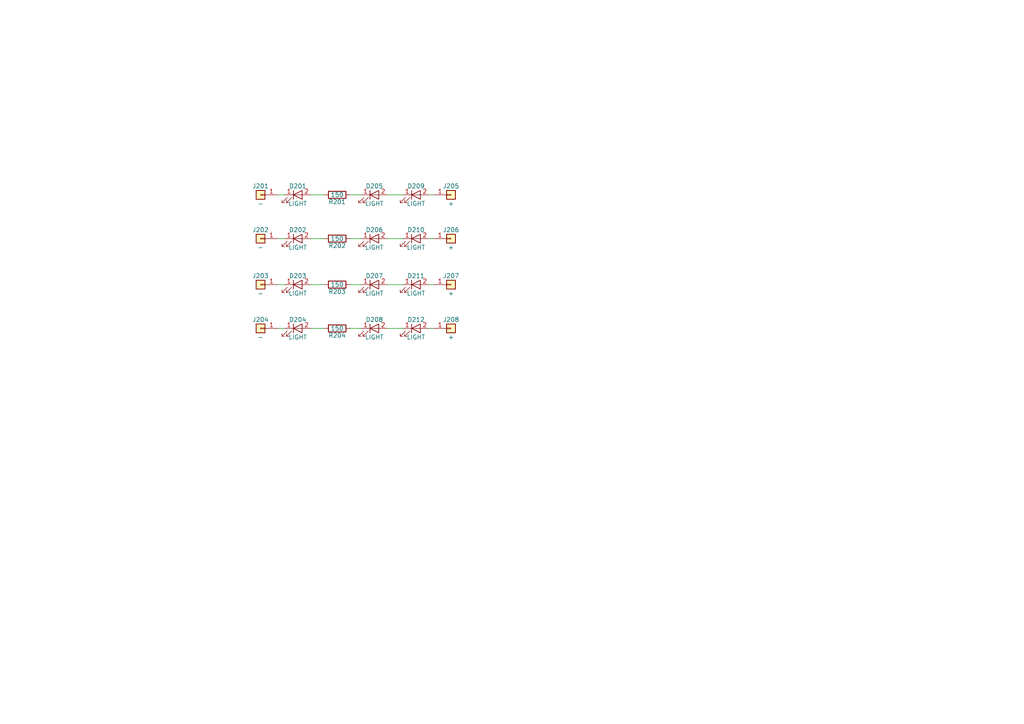
<source format=kicad_sch>
(kicad_sch (version 20211123) (generator eeschema)
  (paper "A4")
  (title_block (title "Eight Ball Club Lighting") (rev "Rev A.") (company "The Country Robot") (comment 1 "Pool Table Lights"))
  (lib_symbols
    (symbol "6footfl-rescue:Conn_01x01" (pin_names (offset 1.016) hide)
      (property "Reference" "J" (at 0 2.54 0))
      (property "Value" "Conn_01x01" (at 0 -2.54 0))
      (symbol "Conn_01x01_1_1"
        (rectangle (start -1.27 0.127) (end 0 -0.127) (stroke (width 0.1524)))
        (rectangle (start -1.27 1.27) (end 1.27 -1.27) (stroke (width 0.254)) (fill (type background)))
        (pin passive line (at -5.08 0 0) (length 3.81) (name "Pin_1") (number "1"))
      )
    )
    (symbol "6footfl-rescue:LED" (pin_names (offset 1.016) hide)
      (property "Reference" "D" (at 0 2.54 0))
      (property "Value" "LED" (at 0 -2.54 0))
      (symbol "LED_0_1"
        (polyline (pts (xy -1.27 -1.27) (xy -1.27 1.27)) (stroke (width 0.2032)))
        (polyline (pts (xy -1.27 0) (xy 1.27 0)))
        (polyline (pts (xy 1.27 -1.27) (xy 1.27 1.27) (xy -1.27 0) (xy 1.27 -1.27)) (stroke (width 0.2032)))
        (polyline (pts (xy -3.048 -0.762) (xy -4.572 -2.286) (xy -3.81 -2.286) (xy -4.572 -2.286) (xy -4.572 -1.524)))
        (polyline (pts (xy -1.778 -0.762) (xy -3.302 -2.286) (xy -2.54 -2.286) (xy -3.302 -2.286) (xy -3.302 -1.524)))
      )
      (symbol "LED_1_1"
        (pin passive line (at -3.81 0 0) (length 2.54) (name "K") (number "1"))
        (pin passive line (at 3.81 0 180) (length 2.54) (name "A") (number "2"))
      )
    )
    (symbol "6footfl-rescue:R" (pin_numbers hide) (pin_names (offset 0))
      (property "Reference" "R" (at 2.032 0 90))
      (property "Value" "R" (at 0 0 90))
      (symbol "R_0_1"
        (rectangle (start -1.016 -2.54) (end 1.016 2.54) (stroke (width 0.254)))
      )
      (symbol "R_1_1"
        (pin passive line (at 0 3.81 270) (length 1.27) (name "~") (number "1"))
        (pin passive line (at 0 -3.81 90) (length 1.27) (name "~") (number "2"))
      )
    )
  )
  (wire (pts (xy 90.17 95.25) (xy 93.98 95.25)))
  (wire (pts (xy 80.645 69.215) (xy 82.55 69.215)))
  (wire (pts (xy 80.645 82.55) (xy 82.55 82.55)))
  (wire (pts (xy 124.46 82.55) (xy 125.73 82.55)))
  (wire (pts (xy 112.395 69.215) (xy 116.84 69.215)))
  (wire (pts (xy 90.17 69.215) (xy 93.98 69.215)))
  (wire (pts (xy 80.645 95.25) (xy 82.55 95.25)))
  (wire (pts (xy 90.17 56.515) (xy 93.98 56.515)))
  (wire (pts (xy 101.6 95.25) (xy 104.775 95.25)))
  (wire (pts (xy 101.6 56.515) (xy 104.775 56.515)))
  (wire (pts (xy 101.6 69.215) (xy 104.775 69.215)))
  (wire (pts (xy 101.6 82.55) (xy 104.775 82.55)))
  (wire (pts (xy 124.46 56.515) (xy 125.73 56.515)))
  (wire (pts (xy 90.17 82.55) (xy 93.98 82.55)))
  (wire (pts (xy 112.395 95.25) (xy 116.84 95.25)))
  (wire (pts (xy 112.395 82.55) (xy 116.84 82.55)))
  (wire (pts (xy 124.46 69.215) (xy 125.73 69.215)))
  (wire (pts (xy 124.46 95.25) (xy 125.73 95.25)))
  (wire (pts (xy 80.645 56.515) (xy 82.55 56.515)))
  (wire (pts (xy 112.395 56.515) (xy 116.84 56.515)))
  (symbol (lib_id "6footfl-rescue:R") (at 97.79 56.515 270) (unit 1)
    (property "Reference" "R201" (at 97.79 58.547 90))
    (property "Value" "150" (at 97.79 56.515 90))
    (property "Footprint" "Resistor_SMD:R_0603_1608Metric" (effects hide))
    (property "Mouser Part Number" "603-RT0603FRE13150RL" (effects hide))
  )
  (symbol (lib_id "6footfl-rescue:LED") (at 86.36 56.515 0) (unit 1)
    (property "Reference" "D201" (at 86.36 53.975 0))
    (property "Value" "LIGHT" (at 86.36 59.055 0))
    (property "Footprint" "LED_SMD:LED_0603_1608Metric" (effects hide))
    (property "Mouser Part Number" "630-HSMW-C191-U0000" (effects hide))
  )
  (symbol (lib_id "6footfl-rescue:LED") (at 108.585 56.515 0) (unit 1)
    (property "Reference" "D205" (at 108.585 53.975 0))
    (property "Value" "LIGHT" (at 108.585 59.055 0))
    (property "Footprint" "LED_SMD:LED_0603_1608Metric" (effects hide))
    (property "Mouser Part Number" "630-HSMW-C191-U0000" (effects hide))
  )
  (symbol (lib_id "6footfl-rescue:LED") (at 120.65 56.515 0) (unit 1)
    (property "Reference" "D209" (at 120.65 53.975 0))
    (property "Value" "LIGHT" (at 120.65 59.055 0))
    (property "Footprint" "LED_SMD:LED_0603_1608Metric" (effects hide))
    (property "Mouser Part Number" "630-HSMW-C191-U0000" (effects hide))
  )
  (symbol (lib_id "6footfl-rescue:Conn_01x01") (at 130.81 56.515 0) (unit 1)
    (property "Reference" "J205" (at 130.81 53.975 0))
    (property "Value" "+" (at 130.81 59.055 0))
    (property "Footprint" "SmallPads:SmallPad" (effects hide))
  )
  (symbol (lib_id "6footfl-rescue:Conn_01x01") (at 75.565 56.515 0) (mirror y) (unit 1)
    (property "Reference" "J201" (at 75.565 53.975 0))
    (property "Value" "-" (at 75.565 59.055 0))
    (property "Footprint" "SmallPads:SmallPad" (effects hide))
  )
  (symbol (lib_id "6footfl-rescue:Conn_01x01") (at 130.81 82.55 0) (unit 1)
    (property "Reference" "J207" (at 130.81 80.01 0))
    (property "Value" "+" (at 130.81 85.09 0))
    (property "Footprint" "SmallPads:SmallPad" (effects hide))
  )
  (symbol (lib_id "6footfl-rescue:LED") (at 86.36 95.25 0) (unit 1)
    (property "Reference" "D204" (at 86.36 92.71 0))
    (property "Value" "LIGHT" (at 86.36 97.79 0))
    (property "Footprint" "LED_SMD:LED_0603_1608Metric" (effects hide))
    (property "Mouser Part Number" "630-HSMW-C191-U0000" (effects hide))
  )
  (symbol (lib_id "6footfl-rescue:Conn_01x01") (at 130.81 69.215 0) (unit 1)
    (property "Reference" "J206" (at 130.81 66.675 0))
    (property "Value" "+" (at 130.81 71.755 0))
    (property "Footprint" "SmallPads:SmallPad" (effects hide))
  )
  (symbol (lib_id "6footfl-rescue:LED") (at 86.36 69.215 0) (unit 1)
    (property "Reference" "D202" (at 86.36 66.675 0))
    (property "Value" "LIGHT" (at 86.36 71.755 0))
    (property "Footprint" "LED_SMD:LED_0603_1608Metric" (effects hide))
    (property "Mouser Part Number" "630-HSMW-C191-U0000" (effects hide))
  )
  (symbol (lib_id "6footfl-rescue:LED") (at 108.585 82.55 0) (unit 1)
    (property "Reference" "D207" (at 108.585 80.01 0))
    (property "Value" "LIGHT" (at 108.585 85.09 0))
    (property "Footprint" "LED_SMD:LED_0603_1608Metric" (effects hide))
    (property "Mouser Part Number" "630-HSMW-C191-U0000" (effects hide))
  )
  (symbol (lib_id "6footfl-rescue:LED") (at 108.585 95.25 0) (unit 1)
    (property "Reference" "D208" (at 108.585 92.71 0))
    (property "Value" "LIGHT" (at 108.585 97.79 0))
    (property "Footprint" "LED_SMD:LED_0603_1608Metric" (effects hide))
    (property "Mouser Part Number" "630-HSMW-C191-U0000" (effects hide))
  )
  (symbol (lib_id "6footfl-rescue:Conn_01x01") (at 75.565 69.215 0) (mirror y) (unit 1)
    (property "Reference" "J202" (at 75.565 66.675 0))
    (property "Value" "-" (at 75.565 71.755 0))
    (property "Footprint" "SmallPads:SmallPad" (effects hide))
  )
  (symbol (lib_id "6footfl-rescue:LED") (at 120.65 69.215 0) (unit 1)
    (property "Reference" "D210" (at 120.65 66.675 0))
    (property "Value" "LIGHT" (at 120.65 71.755 0))
    (property "Footprint" "LED_SMD:LED_0603_1608Metric" (effects hide))
    (property "Mouser Part Number" "630-HSMW-C191-U0000" (effects hide))
  )
  (symbol (lib_id "6footfl-rescue:LED") (at 86.36 82.55 0) (unit 1)
    (property "Reference" "D203" (at 86.36 80.01 0))
    (property "Value" "LIGHT" (at 86.36 85.09 0))
    (property "Footprint" "LED_SMD:LED_0603_1608Metric" (effects hide))
    (property "Mouser Part Number" "630-HSMW-C191-U0000" (effects hide))
  )
  (symbol (lib_id "6footfl-rescue:R") (at 97.79 95.25 270) (unit 1)
    (property "Reference" "R204" (at 97.79 97.282 90))
    (property "Value" "150" (at 97.79 95.25 90))
    (property "Footprint" "Resistor_SMD:R_0603_1608Metric" (effects hide))
    (property "Mouser Part Number" "603-RT0603FRE13150RL" (effects hide))
  )
  (symbol (lib_id "6footfl-rescue:LED") (at 120.65 95.25 0) (unit 1)
    (property "Reference" "D212" (at 120.65 92.71 0))
    (property "Value" "LIGHT" (at 120.65 97.79 0))
    (property "Footprint" "LED_SMD:LED_0603_1608Metric" (effects hide))
    (property "Mouser Part Number" "630-HSMW-C191-U0000" (effects hide))
  )
  (symbol (lib_id "6footfl-rescue:R") (at 97.79 82.55 270) (unit 1)
    (property "Reference" "R203" (at 97.79 84.582 90))
    (property "Value" "150" (at 97.79 82.55 90))
    (property "Footprint" "Resistor_SMD:R_0603_1608Metric" (effects hide))
    (property "Mouser Part Number" "603-RT0603FRE13150RL" (effects hide))
  )
  (symbol (lib_id "6footfl-rescue:R") (at 97.79 69.215 270) (unit 1)
    (property "Reference" "R202" (at 97.79 71.247 90))
    (property "Value" "150" (at 97.79 69.215 90))
    (property "Footprint" "Resistor_SMD:R_0603_1608Metric" (effects hide))
    (property "Mouser Part Number" "603-RT0603FRE13150RL" (effects hide))
  )
  (symbol (lib_id "6footfl-rescue:Conn_01x01") (at 75.565 82.55 0) (mirror y) (unit 1)
    (property "Reference" "J203" (at 75.565 80.01 0))
    (property "Value" "-" (at 75.565 85.09 0))
    (property "Footprint" "SmallPads:SmallPad" (effects hide))
  )
  (symbol (lib_id "6footfl-rescue:Conn_01x01") (at 130.81 95.25 0) (unit 1)
    (property "Reference" "J208" (at 130.81 92.71 0))
    (property "Value" "+" (at 130.81 97.79 0))
    (property "Footprint" "SmallPads:SmallPad" (effects hide))
  )
  (symbol (lib_id "6footfl-rescue:Conn_01x01") (at 75.565 95.25 0) (mirror y) (unit 1)
    (property "Reference" "J204" (at 75.565 92.71 0))
    (property "Value" "-" (at 75.565 97.79 0))
    (property "Footprint" "SmallPads:SmallPad" (effects hide))
  )
  (symbol (lib_id "6footfl-rescue:LED") (at 108.585 69.215 0) (unit 1)
    (property "Reference" "D206" (at 108.585 66.675 0))
    (property "Value" "LIGHT" (at 108.585 71.755 0))
    (property "Footprint" "LED_SMD:LED_0603_1608Metric" (effects hide))
    (property "Mouser Part Number" "630-HSMW-C191-U0000" (effects hide))
  )
  (symbol (lib_id "6footfl-rescue:LED") (at 120.65 82.55 0) (unit 1)
    (property "Reference" "D211" (at 120.65 80.01 0))
    (property "Value" "LIGHT" (at 120.65 85.09 0))
    (property "Footprint" "LED_SMD:LED_0603_1608Metric" (effects hide))
    (property "Mouser Part Number" "630-HSMW-C191-U0000" (effects hide))
  )
)
</source>
